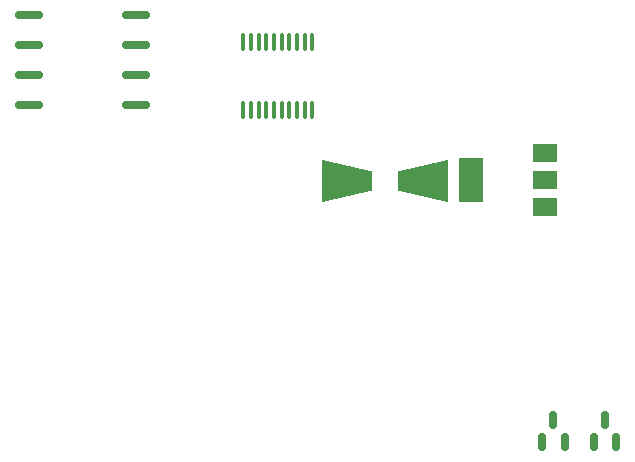
<source format=gbr>
%TF.GenerationSoftware,KiCad,Pcbnew,7.0.1*%
%TF.CreationDate,2023-09-22T18:52:24+02:00*%
%TF.ProjectId,Scheda Attivatore,53636865-6461-4204-9174-74697661746f,rev?*%
%TF.SameCoordinates,Original*%
%TF.FileFunction,Paste,Top*%
%TF.FilePolarity,Positive*%
%FSLAX46Y46*%
G04 Gerber Fmt 4.6, Leading zero omitted, Abs format (unit mm)*
G04 Created by KiCad (PCBNEW 7.0.1) date 2023-09-22 18:52:24*
%MOMM*%
%LPD*%
G01*
G04 APERTURE LIST*
G04 Aperture macros list*
%AMRoundRect*
0 Rectangle with rounded corners*
0 $1 Rounding radius*
0 $2 $3 $4 $5 $6 $7 $8 $9 X,Y pos of 4 corners*
0 Add a 4 corners polygon primitive as box body*
4,1,4,$2,$3,$4,$5,$6,$7,$8,$9,$2,$3,0*
0 Add four circle primitives for the rounded corners*
1,1,$1+$1,$2,$3*
1,1,$1+$1,$4,$5*
1,1,$1+$1,$6,$7*
1,1,$1+$1,$8,$9*
0 Add four rect primitives between the rounded corners*
20,1,$1+$1,$2,$3,$4,$5,0*
20,1,$1+$1,$4,$5,$6,$7,0*
20,1,$1+$1,$6,$7,$8,$9,0*
20,1,$1+$1,$8,$9,$2,$3,0*%
%AMOutline4P*
0 Free polygon, 4 corners , with rotation*
0 The origin of the aperture is its center*
0 number of corners: always 4*
0 $1 to $8 corner X, Y*
0 $9 Rotation angle, in degrees counterclockwise*
0 create outline with 4 corners*
4,1,4,$1,$2,$3,$4,$5,$6,$7,$8,$1,$2,$9*%
G04 Aperture macros list end*
%ADD10RoundRect,0.150000X0.150000X-0.587500X0.150000X0.587500X-0.150000X0.587500X-0.150000X-0.587500X0*%
%ADD11RoundRect,0.162500X1.012500X0.162500X-1.012500X0.162500X-1.012500X-0.162500X1.012500X-0.162500X0*%
%ADD12Outline4P,-2.150000X-1.800000X2.150000X-0.800000X2.150000X0.800000X-2.150000X1.800000X0.000000*%
%ADD13Outline4P,-2.150000X-1.800000X2.150000X-0.800000X2.150000X0.800000X-2.150000X1.800000X180.000000*%
%ADD14RoundRect,0.100000X-0.100000X0.637500X-0.100000X-0.637500X0.100000X-0.637500X0.100000X0.637500X0*%
%ADD15R,2.000000X1.500000*%
%ADD16R,2.000000X3.800000*%
G04 APERTURE END LIST*
D10*
%TO.C,T4*%
X159131000Y-112268000D03*
X161031000Y-112268000D03*
X160081000Y-110393000D03*
%TD*%
%TO.C,T3*%
X154752000Y-112268000D03*
X156652000Y-112268000D03*
X155702000Y-110393000D03*
%TD*%
D11*
%TO.C,U7*%
X120349000Y-83693000D03*
X120349000Y-81153000D03*
X120349000Y-78613000D03*
X120349000Y-76073000D03*
X111299000Y-76073000D03*
X111299000Y-78613000D03*
X111299000Y-81153000D03*
X111299000Y-83693000D03*
%TD*%
D12*
%TO.C,DZ1*%
X138253000Y-90170000D03*
D13*
X144653000Y-90170000D03*
%TD*%
D14*
%TO.C,U6*%
X135300000Y-78400000D03*
X134650000Y-78400000D03*
X134000000Y-78400000D03*
X133350000Y-78400000D03*
X132700000Y-78400000D03*
X132050000Y-78400000D03*
X131400000Y-78400000D03*
X130750000Y-78400000D03*
X130100000Y-78400000D03*
X129450000Y-78400000D03*
X129450000Y-84125000D03*
X130100000Y-84125000D03*
X130750000Y-84125000D03*
X131400000Y-84125000D03*
X132050000Y-84125000D03*
X132700000Y-84125000D03*
X133350000Y-84125000D03*
X134000000Y-84125000D03*
X134650000Y-84125000D03*
X135300000Y-84125000D03*
%TD*%
D15*
%TO.C,U5*%
X154998600Y-92343000D03*
X154998600Y-90043000D03*
D16*
X148698600Y-90043000D03*
D15*
X154998600Y-87743000D03*
%TD*%
M02*

</source>
